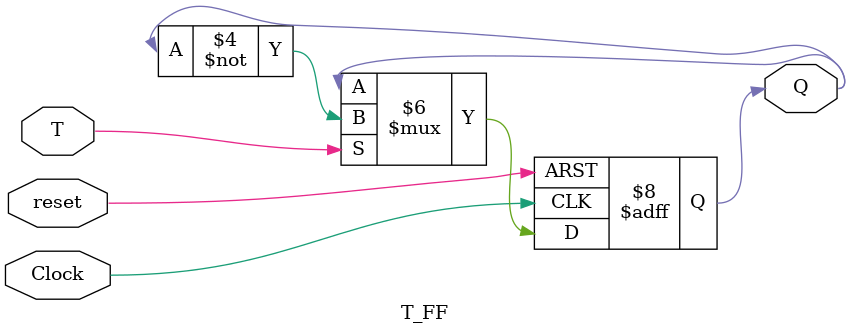
<source format=v>
module part1(Clock, Enable, Clear_b, CounterValue);
    input Enable, Clock, Clear_b;
    output [7:0] CounterValue;
    wire q0 = Enable;
    wire q1 = q0 & CounterValue[0];
    wire q2 = q1 & CounterValue[1];
    wire q3 = q2 & CounterValue[2];
    wire q4 = q3 & CounterValue[3];
    wire q5 = q4 & CounterValue[4];
    wire q6 = q5 & CounterValue[5];
    wire q7 = q6 & CounterValue[6];

    T_FF T0(.Clock(Clock), .T(q0), .Q(CounterValue[0]), .reset(Clear_b));
    T_FF T1(.Clock(Clock), .T(q1), .Q(CounterValue[1]), .reset(Clear_b));
    T_FF T2(.Clock(Clock), .T(q2), .Q(CounterValue[2]), .reset(Clear_b));
    T_FF T3(.Clock(Clock), .T(q3), .Q(CounterValue[3]), .reset(Clear_b));
    T_FF T4(.Clock(Clock), .T(q4), .Q(CounterValue[4]), .reset(Clear_b));
    T_FF T5(.Clock(Clock), .T(q5), .Q(CounterValue[5]), .reset(Clear_b));
    T_FF T6(.Clock(Clock), .T(q6), .Q(CounterValue[6]), .reset(Clear_b));
    T_FF T7(.Clock(Clock), .T(q7), .Q(CounterValue[7]), .reset(Clear_b));
endmodule

module T_FF(Clock, T, Q, reset);
    input Clock, T, reset;
    output reg Q;
    
    always @(posedge Clock, negedge reset)
    begin
        if (!reset)
            Q <= 1'b0;
        else if (!T)
            Q <= Q;
        else
            Q <= ~Q;
    end
endmodule
</source>
